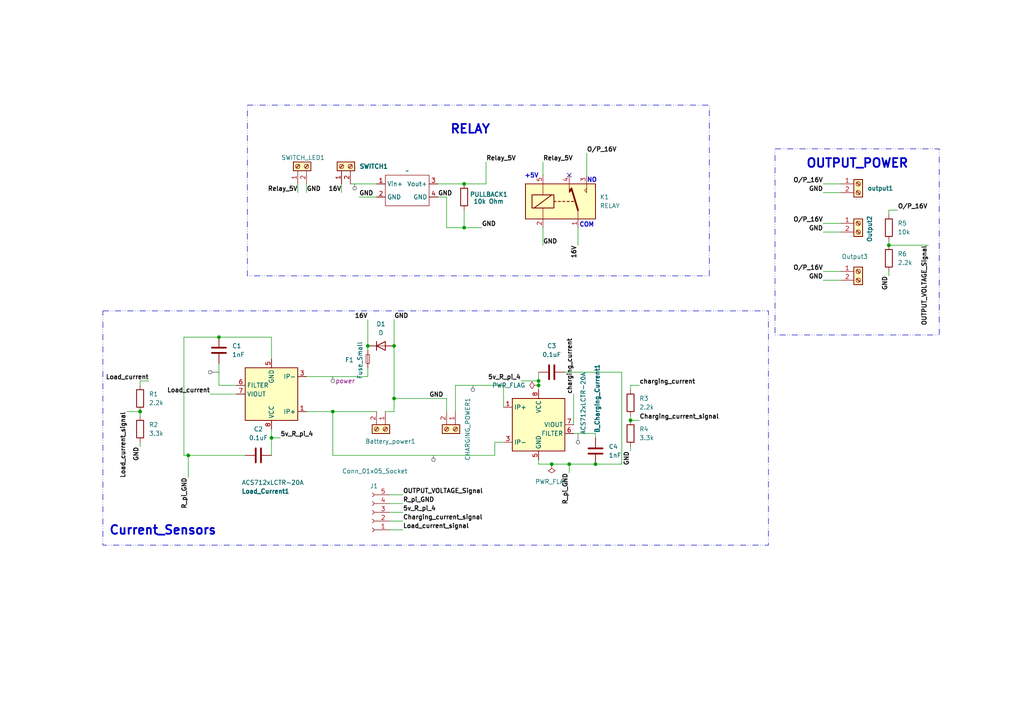
<source format=kicad_sch>
(kicad_sch (version 20231120) (generator "eeschema") (generator_version "8.0")
  (paper "A4")
  (title_block (date "2024-10-18"))
  (lib_symbols
    (symbol "Connector:Conn_01x05_Socket" (pin_names (offset 1.016) hide)
      (property "Reference" "J" (at 0 7.62 0))
      (property "Value" "Conn_01x05_Socket" (at 0 -7.62 0))
      (symbol "Conn_01x05_Socket_1_1"
        (arc (start 0 -4.572) (mid -0.5058 -5.08) (end 0 -5.588) (stroke (width 0.1524)))
        (arc (start 0 -2.032) (mid -0.5058 -2.54) (end 0 -3.048) (stroke (width 0.1524)))
        (polyline (pts (xy -1.27 -5.08) (xy -0.508 -5.08)) (stroke (width 0.1524)))
        (polyline (pts (xy -1.27 -2.54) (xy -0.508 -2.54)) (stroke (width 0.1524)))
        (polyline (pts (xy -1.27 0) (xy -0.508 0)) (stroke (width 0.1524)))
        (polyline (pts (xy -1.27 2.54) (xy -0.508 2.54)) (stroke (width 0.1524)))
        (polyline (pts (xy -1.27 5.08) (xy -0.508 5.08)) (stroke (width 0.1524)))
        (arc (start 0 0.508) (mid -0.5058 0) (end 0 -0.508) (stroke (width 0.1524)))
        (arc (start 0 3.048) (mid -0.5058 2.54) (end 0 2.032) (stroke (width 0.1524)))
        (arc (start 0 5.588) (mid -0.5058 5.08) (end 0 4.572) (stroke (width 0.1524)))
        (pin passive line (at -5.08 5.08 0) (length 3.81) (name "Pin_1") (number "1"))
        (pin passive line (at -5.08 2.54 0) (length 3.81) (name "Pin_2") (number "2"))
        (pin passive line (at -5.08 0 0) (length 3.81) (name "Pin_3") (number "3"))
        (pin passive line (at -5.08 -2.54 0) (length 3.81) (name "Pin_4") (number "4"))
        (pin passive line (at -5.08 -5.08 0) (length 3.81) (name "Pin_5") (number "5"))
      )
    )
    (symbol "Connector:Screw_Terminal_01x02" (pin_names (offset 1.016) hide)
      (property "Reference" "J" (at 0 2.54 0))
      (property "Value" "Screw_Terminal_01x02" (at 0 -5.08 0))
      (symbol "Screw_Terminal_01x02_1_1"
        (rectangle (start -1.27 1.27) (end 1.27 -3.81) (stroke (width 0.254)) (fill (type background)))
        (circle (center 0 -2.54) (radius 0.635) (stroke (width 0.1524)))
        (polyline (pts (xy -0.5334 -2.2098) (xy 0.3302 -3.048)) (stroke (width 0.1524)))
        (polyline (pts (xy -0.5334 0.3302) (xy 0.3302 -0.508)) (stroke (width 0.1524)))
        (polyline (pts (xy -0.3556 -2.032) (xy 0.508 -2.8702)) (stroke (width 0.1524)))
        (polyline (pts (xy -0.3556 0.508) (xy 0.508 -0.3302)) (stroke (width 0.1524)))
        (circle (center 0 0) (radius 0.635) (stroke (width 0.1524)))
        (pin passive line (at -5.08 0 0) (length 3.81) (name "Pin_1") (number "1"))
        (pin passive line (at -5.08 -2.54 0) (length 3.81) (name "Pin_2") (number "2"))
      )
    )
    (symbol "Device:C" (pin_numbers hide) (pin_names (offset 0.254))
      (property "Reference" "C" (at 0.635 2.54 0))
      (property "Value" "C" (at 0.635 -2.54 0))
      (symbol "C_0_1"
        (polyline (pts (xy -2.032 -0.762) (xy 2.032 -0.762)) (stroke (width 0.508)))
        (polyline (pts (xy -2.032 0.762) (xy 2.032 0.762)) (stroke (width 0.508)))
      )
      (symbol "C_1_1"
        (pin passive line (at 0 3.81 270) (length 2.794) (name "~") (number "1"))
        (pin passive line (at 0 -3.81 90) (length 2.794) (name "~") (number "2"))
      )
    )
    (symbol "Device:D" (pin_numbers hide) (pin_names (offset 1.016) hide)
      (property "Reference" "D" (at 0 2.54 0))
      (property "Value" "D" (at 0 -2.54 0))
      (symbol "D_0_1"
        (polyline (pts (xy -1.27 1.27) (xy -1.27 -1.27)) (stroke (width 0.254)))
        (polyline (pts (xy 1.27 0) (xy -1.27 0)))
        (polyline (pts (xy 1.27 1.27) (xy 1.27 -1.27) (xy -1.27 0) (xy 1.27 1.27)) (stroke (width 0.254)))
      )
      (symbol "D_1_1"
        (pin passive line (at -3.81 0 0) (length 2.54) (name "K") (number "1"))
        (pin passive line (at 3.81 0 180) (length 2.54) (name "A") (number "2"))
      )
    )
    (symbol "Device:Fuse_Small" (pin_numbers hide) (pin_names (offset 0.254) hide)
      (property "Reference" "F" (at 0 -1.524 0))
      (property "Value" "Fuse_Small" (at 0 1.524 0))
      (symbol "Fuse_Small_0_1"
        (rectangle (start -1.27 0.508) (end 1.27 -0.508))
        (polyline (pts (xy -1.27 0) (xy 1.27 0)))
      )
      (symbol "Fuse_Small_1_1"
        (pin passive line (at -2.54 0 0) (length 1.27) (name "~") (number "1"))
        (pin passive line (at 2.54 0 180) (length 1.27) (name "~") (number "2"))
      )
    )
    (symbol "Device:R" (pin_numbers hide) (pin_names (offset 0))
      (property "Reference" "R" (at 2.032 0 90))
      (property "Value" "R" (at 0 0 90))
      (symbol "R_0_1"
        (rectangle (start -1.016 -2.54) (end 1.016 2.54) (stroke (width 0.254)))
      )
      (symbol "R_1_1"
        (pin passive line (at 0 3.81 270) (length 1.27) (name "~") (number "1"))
        (pin passive line (at 0 -3.81 90) (length 1.27) (name "~") (number "2"))
      )
    )
    (symbol "LM2596:lm2596"
      (property "Reference" "U" (at 0 3.556 0))
      (symbol "lm2596_0_1"
        (rectangle (start 3.81 -3.81) (end 3.81 -3.81))
        (rectangle (start 3.81 2.54) (end 16.51 -6.35))
      )
      (symbol "lm2596_1_1"
        (pin input line (at 1.27 0 0) (length 2.54) (name "Vin+") (number "1"))
        (pin input line (at 1.27 -3.81 0) (length 2.54) (name "GND") (number "2"))
        (pin output line (at 19.05 0 180) (length 2.54) (name "Vout+") (number "3"))
        (pin output line (at 19.05 -3.81 180) (length 2.54) (name "GND") (number "4"))
      )
    )
    (symbol "Relay:SANYOU_SRD_Form_C"
      (property "Reference" "K" (at 11.43 3.81 0))
      (property "Value" "SANYOU_SRD_Form_C" (at 11.43 1.27 0))
      (symbol "SANYOU_SRD_Form_C_0_0"
        (polyline (pts (xy 7.62 5.08) (xy 7.62 2.54) (xy 6.985 3.175) (xy 7.62 3.81)))
      )
      (symbol "SANYOU_SRD_Form_C_0_1"
        (rectangle (start -10.16 5.08) (end 10.16 -5.08) (stroke (width 0.254)) (fill (type background)))
        (rectangle (start -8.255 1.905) (end -1.905 -1.905) (stroke (width 0.254)))
        (polyline (pts (xy -7.62 -1.905) (xy -2.54 1.905)) (stroke (width 0.254)))
        (polyline (pts (xy -5.08 -5.08) (xy -5.08 -1.905)))
        (polyline (pts (xy -5.08 5.08) (xy -5.08 1.905)))
        (polyline (pts (xy -1.905 0) (xy -1.27 0)) (stroke (width 0.254)))
        (polyline (pts (xy -0.635 0) (xy 0 0)) (stroke (width 0.254)))
        (polyline (pts (xy 0.635 0) (xy 1.27 0)) (stroke (width 0.254)))
        (polyline (pts (xy 1.905 0) (xy 2.54 0)) (stroke (width 0.254)))
        (polyline (pts (xy 3.175 0) (xy 3.81 0)) (stroke (width 0.254)))
        (polyline (pts (xy 5.08 -2.54) (xy 3.175 3.81)) (stroke (width 0.508)))
        (polyline (pts (xy 5.08 -2.54) (xy 5.08 -5.08)))
      )
      (symbol "SANYOU_SRD_Form_C_1_1"
        (polyline (pts (xy 2.54 3.81) (xy 3.175 3.175) (xy 2.54 2.54) (xy 2.54 5.08)) (fill (type outline)))
        (pin passive line (at 5.08 -7.62 90) (length 2.54) (name "~") (number "1"))
        (pin passive line (at -5.08 -7.62 90) (length 2.54) (name "~") (number "2"))
        (pin passive line (at 7.62 7.62 270) (length 2.54) (name "~") (number "3"))
        (pin passive line (at 2.54 7.62 270) (length 2.54) (name "~") (number "4"))
        (pin passive line (at -5.08 7.62 270) (length 2.54) (name "~") (number "5"))
      )
    )
    (symbol "Sensor_Current:ACS712xLCTR-20A"
      (property "Reference" "U" (at 2.54 11.43 0))
      (property "Value" "ACS712xLCTR-20A" (at 2.54 8.89 0))
      (symbol "ACS712xLCTR-20A_0_1"
        (rectangle (start -7.62 7.62) (end 7.62 -7.62) (stroke (width 0.254)) (fill (type background)))
      )
      (symbol "ACS712xLCTR-20A_1_1"
        (pin passive line (at -10.16 5.08 0) (length 2.54) (name "IP+") (number "1"))
        (pin passive line (at -10.16 5.08 0) (length 2.54) hide (name "IP+") (number "2"))
        (pin passive line (at -10.16 -5.08 0) (length 2.54) (name "IP-") (number "3"))
        (pin passive line (at -10.16 -5.08 0) (length 2.54) hide (name "IP-") (number "4"))
        (pin power_in line (at 0 -10.16 90) (length 2.54) (name "GND") (number "5"))
        (pin passive line (at 10.16 -2.54 180) (length 2.54) (name "FILTER") (number "6"))
        (pin output line (at 10.16 0 180) (length 2.54) (name "VIOUT") (number "7"))
        (pin power_in line (at 0 10.16 270) (length 2.54) (name "VCC") (number "8"))
      )
    )
    (symbol "power:PWR_FLAG" (power) (pin_numbers hide) (pin_names (offset 0) hide)
      (property "Value" "PWR_FLAG" (at 0 3.81 0))
      (symbol "PWR_FLAG_0_0"
        (pin power_out line (at 0 0 90) (length 0) (name "~") (number "1"))
      )
      (symbol "PWR_FLAG_0_1"
        (polyline (pts (xy 0 0) (xy 0 1.27) (xy -1.016 1.905) (xy 0 2.54) (xy 1.016 1.905) (xy 0 1.27)))
      )
    )
  )
  (junction (at 96.52 119.38))
  (junction (at 182.88 121.92))
  (junction (at 114.3 100.33))
  (junction (at 40.64 119.38))
  (junction (at 156.21 111.76))
  (junction (at 54.61 132.08))
  (junction (at 78.74 127))
  (junction (at 106.68 100.33))
  (junction (at 134.62 66.04))
  (junction (at 156.21 110.49))
  (junction (at 160.02 134.62))
  (junction (at 257.81 71.12))
  (junction (at 165.1 134.62))
  (junction (at 63.5 97.79))
  (junction (at 172.72 134.62))
  (junction (at 114.3 115.57))
  (junction (at 134.62 53.34))
  (no_connect (at 165.1 50.8))
  (wire (pts (xy 106.68 106.68) (xy 106.68 109.22)))
  (wire (pts (xy 180.34 134.62) (xy 172.72 134.62)))
  (wire (pts (xy 134.62 53.34) (xy 140.97 53.34)))
  (wire (pts (xy 96.52 132.08) (xy 96.52 119.38)))
  (wire (pts (xy 54.61 132.08) (xy 54.61 138.43)))
  (wire (pts (xy 132.08 111.76) (xy 132.08 119.38)))
  (wire (pts (xy 182.88 120.65) (xy 182.88 121.92)))
  (wire (pts (xy 71.12 132.08) (xy 54.61 132.08)))
  (wire (pts (xy 40.64 111.76) (xy 40.64 110.49)))
  (wire (pts (xy 140.97 53.34) (xy 140.97 46.99)))
  (wire (pts (xy 257.81 60.96) (xy 260.35 60.96)))
  (wire (pts (xy 99.06 53.34) (xy 99.06 55.88)))
  (wire (pts (xy 54.61 132.08) (xy 53.34 132.08)))
  (wire (pts (xy 101.6 53.34) (xy 109.22 53.34)))
  (wire (pts (xy 172.72 134.62) (xy 165.1 134.62)))
  (wire (pts (xy 172.72 127) (xy 172.72 125.73)))
  (wire (pts (xy 129.54 57.15) (xy 127 57.15)))
  (wire (pts (xy 163.83 107.95) (xy 180.34 107.95)))
  (wire (pts (xy 129.54 119.38) (xy 129.54 115.57)))
  (wire (pts (xy 172.72 125.73) (xy 166.37 125.73)))
  (wire (pts (xy 88.9 119.38) (xy 96.52 119.38)))
  (wire (pts (xy 257.81 78.74) (xy 257.81 80.01)))
  (wire (pts (xy 167.64 66.04) (xy 167.64 71.12)))
  (wire (pts (xy 78.74 127) (xy 78.74 132.08)))
  (wire (pts (xy 113.03 153.67) (xy 116.84 153.67)))
  (wire (pts (xy 78.74 127) (xy 81.28 127)))
  (wire (pts (xy 68.58 111.76) (xy 63.5 111.76)))
  (wire (pts (xy 96.52 119.38) (xy 109.22 119.38)))
  (wire (pts (xy 156.21 110.49) (xy 156.21 111.76)))
  (wire (pts (xy 160.02 134.62) (xy 156.21 134.62)))
  (wire (pts (xy 60.96 114.3) (xy 68.58 114.3)))
  (wire (pts (xy 78.74 97.79) (xy 63.5 97.79)))
  (wire (pts (xy 243.84 67.31) (xy 238.76 67.31)))
  (wire (pts (xy 53.34 132.08) (xy 53.34 97.79)))
  (wire (pts (xy 156.21 107.95) (xy 156.21 110.49)))
  (wire (pts (xy 113.03 146.05) (xy 116.84 146.05)))
  (wire (pts (xy 257.81 71.12) (xy 269.24 71.12)))
  (wire (pts (xy 129.54 57.15) (xy 129.54 66.04)))
  (wire (pts (xy 111.76 119.38) (xy 114.3 119.38)))
  (wire (pts (xy 114.3 100.33) (xy 114.3 115.57)))
  (wire (pts (xy 166.37 114.3) (xy 166.37 123.19)))
  (wire (pts (xy 143.51 128.27) (xy 143.51 132.08)))
  (wire (pts (xy 243.84 64.77) (xy 238.76 64.77)))
  (wire (pts (xy 106.68 92.71) (xy 106.68 100.33)))
  (wire (pts (xy 53.34 97.79) (xy 63.5 97.79)))
  (wire (pts (xy 132.08 111.76) (xy 146.05 111.76)))
  (wire (pts (xy 257.81 69.85) (xy 257.81 71.12)))
  (wire (pts (xy 40.64 119.38) (xy 40.64 120.65)))
  (wire (pts (xy 127 53.34) (xy 134.62 53.34)))
  (wire (pts (xy 88.9 53.34) (xy 88.9 55.88)))
  (wire (pts (xy 40.64 128.27) (xy 40.64 129.54)))
  (wire (pts (xy 243.84 78.74) (xy 238.76 78.74)))
  (wire (pts (xy 113.03 143.51) (xy 116.84 143.51)))
  (wire (pts (xy 157.48 66.04) (xy 157.48 71.12)))
  (wire (pts (xy 182.88 129.54) (xy 182.88 130.81)))
  (wire (pts (xy 129.54 66.04) (xy 134.62 66.04)))
  (wire (pts (xy 170.18 44.45) (xy 170.18 50.8)))
  (wire (pts (xy 104.14 57.15) (xy 109.22 57.15)))
  (wire (pts (xy 134.62 60.96) (xy 134.62 66.04)))
  (wire (pts (xy 88.9 109.22) (xy 106.68 109.22)))
  (wire (pts (xy 156.21 134.62) (xy 156.21 133.35)))
  (wire (pts (xy 182.88 113.03) (xy 182.88 111.76)))
  (wire (pts (xy 78.74 97.79) (xy 78.74 104.14)))
  (wire (pts (xy 143.51 132.08) (xy 96.52 132.08)))
  (wire (pts (xy 243.84 81.28) (xy 238.76 81.28)))
  (wire (pts (xy 243.84 53.34) (xy 238.76 53.34)))
  (wire (pts (xy 182.88 121.92) (xy 185.42 121.92)))
  (wire (pts (xy 113.03 151.13) (xy 116.84 151.13)))
  (wire (pts (xy 86.36 53.34) (xy 86.36 55.88)))
  (wire (pts (xy 36.83 119.38) (xy 40.64 119.38)))
  (wire (pts (xy 165.1 134.62) (xy 165.1 137.16)))
  (wire (pts (xy 182.88 111.76) (xy 185.42 111.76)))
  (wire (pts (xy 40.64 110.49) (xy 43.18 110.49)))
  (wire (pts (xy 63.5 105.41) (xy 63.5 111.76)))
  (wire (pts (xy 157.48 46.99) (xy 157.48 50.8)))
  (wire (pts (xy 114.3 115.57) (xy 114.3 119.38)))
  (wire (pts (xy 113.03 148.59) (xy 116.84 148.59)))
  (wire (pts (xy 134.62 66.04) (xy 139.7 66.04)))
  (wire (pts (xy 129.54 115.57) (xy 114.3 115.57)))
  (wire (pts (xy 78.74 124.46) (xy 78.74 127)))
  (wire (pts (xy 165.1 134.62) (xy 160.02 134.62)))
  (wire (pts (xy 114.3 92.71) (xy 114.3 100.33)))
  (wire (pts (xy 151.13 110.49) (xy 156.21 110.49)))
  (wire (pts (xy 156.21 111.76) (xy 156.21 113.03)))
  (wire (pts (xy 146.05 128.27) (xy 143.51 128.27)))
  (wire (pts (xy 146.05 111.76) (xy 146.05 118.11)))
  (wire (pts (xy 243.84 55.88) (xy 238.76 55.88)))
  (wire (pts (xy 180.34 107.95) (xy 180.34 134.62)))
  (wire (pts (xy 257.81 62.23) (xy 257.81 60.96)))
  (wire (pts (xy 106.68 101.6) (xy 106.68 100.33)))
  (rectangle (start 71.755 30.48) (end 205.74 80.01) (stroke (width 0) (type dash_dot_dot)))
  (rectangle (start 29.845 90.17) (end 222.885 158.115) (stroke (width 0) (type dash_dot_dot)))
  (rectangle (start 224.79 43.18) (end 272.415 97.155) (stroke (width 0) (type dash_dot_dot)))
  (text "OUTPUT_POWER" (at 248.666 47.498 0) (effects (font (size 2.54 2.54) (bold yes))))
  (text "RELAY" (at 136.398 37.592 0) (effects (font (size 2.54 2.54) (bold yes))))
  (text "Current_Sensors" (at 47.244 153.924 0) (effects (font (size 2.54 2.54) (bold yes))))
  (text "NO" (at 171.704 52.324 0) (effects (font (size 1.27 1.27) (thickness 0.254) (bold yes))))
  (text "+5V\n" (at 154.178 51.054 0) (effects (font (size 1.27 1.27) (bold yes))))
  (text "COM\n" (at 170.18 65.278 0) (effects (font (size 1.27 1.27) (bold yes))))
  (label "GND" (at 238.76 55.88 180) (effects (font (bold yes))))
  (label "5v_R_pi_4" (at 116.84 148.59 0) (effects (font (bold yes))))
  (label "GND" (at 238.76 81.28 180) (effects (font (bold yes))))
  (label "16V" (at 99.06 55.88 180) (effects (font (thickness 0.254) (bold yes))))
  (label "Charging_current_signal" (at 116.84 151.13 0) (effects (font (bold yes))))
  (label "O{slash}P_16V" (at 260.35 60.96 0) (effects (font (bold yes))))
  (label "GND" (at 40.64 129.54 270) (effects (font (bold yes))))
  (label "O{slash}P_16V" (at 238.76 78.74 180) (effects (font (bold yes))))
  (label "charging_current" (at 166.37 114.3 90) (effects (font (bold yes))))
  (label "16V" (at 106.68 92.71 180) (effects (font (thickness 0.254) (bold yes))))
  (label "Load_current" (at 43.18 110.49 180) (effects (font (bold yes))))
  (label "GND" (at 88.9 55.88 0) (effects (font (bold yes))))
  (label "Charging_current_signal" (at 185.42 121.92 0) (effects (font (bold yes))))
  (label "5v_R_pi_4" (at 81.28 127 0) (effects (font (bold yes))))
  (label "GND" (at 127 57.15 0) (effects (font (bold yes))))
  (label "Load_current_signal" (at 36.83 119.38 270) (effects (font (bold yes))))
  (label "Relay_5V" (at 157.48 46.99 0) (effects (font (bold yes))))
  (label "OUTPUT_VOLTAGE_Signal" (at 116.84 143.51 0) (effects (font (bold yes))))
  (label "16V" (at 167.64 71.12 270) (effects (font (thickness 0.254) (bold yes))))
  (label "GND" (at 257.81 80.01 270) (effects (font (bold yes))))
  (label "GND" (at 124.46 115.57 0) (effects (font (bold yes))))
  (label "GND" (at 157.48 71.12 0) (effects (font (bold yes))))
  (label "OUTPUT_VOLTAGE_Signal" (at 269.24 71.12 270) (effects (font (bold yes))))
  (label "5v_R_pi_4" (at 151.13 110.49 180) (effects (font (bold yes))))
  (label "O{slash}P_16V" (at 170.18 44.45 0) (effects (font (bold yes))))
  (label "Relay_5V" (at 140.97 46.99 0) (effects (font (bold yes))))
  (label "Load_current_signal" (at 116.84 153.67 0) (effects (font (bold yes))))
  (label "GND" (at 238.76 67.31 180) (effects (font (bold yes))))
  (label "R_pi_GND" (at 165.1 137.16 270) (effects (font (bold yes))))
  (label "Load_current" (at 60.96 114.3 180) (effects (font (bold yes))))
  (label "R_pi_GND" (at 54.61 138.43 270) (effects (font (bold yes))))
  (label "charging_current" (at 185.42 111.76 0) (effects (font (bold yes))))
  (label "O{slash}P_16V" (at 238.76 53.34 180) (effects (font (bold yes))))
  (label "Relay_5V" (at 86.36 55.88 180) (effects (font (bold yes))))
  (label "GND" (at 114.3 92.71 0) (effects (font (bold yes))))
  (label "GND" (at 139.7 66.04 0) (effects (font (bold yes))))
  (label "GND" (at 104.14 57.15 0) (effects (font (bold yes))))
  (label "O{slash}P_16V" (at 238.76 64.77 180) (effects (font (bold yes))))
  (label "GND" (at 182.88 130.81 270) (effects (font (bold yes))))
  (label "R_pi_GND" (at 116.84 146.05 0) (effects (font (bold yes))))
  (netclass_flag "" (length 1.27) (shape round) (at 137.16 111.76 180) (property "Netclass" "power" (effects (hide yes))))
  (netclass_flag "" (length 1.27) (shape round) (at 96.52 109.22 180) (property "Netclass" "power" (at 97.2185 110.49 0) (effects (font (italic yes)) (justify left))))
  (netclass_flag "" (length 1.27) (shape round) (at 102.87 53.34 180) (property "Netclass" "power" (effects (hide yes))))
  (netclass_flag "" (length 1.27) (shape round) (at 125.73 132.08 180) (property "Netclass" "power" (effects (hide yes))))
  (netclass_flag "" (length 2.54) (shape round) (at 63.5 107.95 90) (property "Netclass" "signal" (effects (hide yes))))
  (netclass_flag "" (length 2.54) (shape round) (at 167.64 125.73 180) (property "Netclass" "signal" (effects (hide yes))))
  (symbol (lib_id "Device:R") (at 257.81 74.93 0) (unit 1)
    (property "Reference" "R6" (at 260.35 73.6599 0) (effects (justify left)))
    (property "Value" "2.2k" (at 260.35 76.1999 0) (effects (justify left)))
    (property "Footprint" "Resistor_SMD:R_1206_3216Metric" (effects (hide yes)))
    (property "Description" "Resistor" (effects (hide yes)))
  )
  (symbol (lib_id "Relay:SANYOU_SRD_Form_C") (at 162.56 58.42 0) (unit 1)
    (property "Reference" "K1" (at 173.99 57.1499 0) (effects (justify left)))
    (property "Value" "RELAY" (at 173.99 59.6899 0) (effects (justify left)))
    (property "Footprint" "Relay_THT:Relay_SPDT_SANYOU_SRD_Series_Form_C" (effects (hide yes)))
    (property "Datasheet" "http://www.sanyourelay.ca/public/products/pdf/SRD.pdf" (effects (hide yes)))
    (property "Description" "Sanyo SRD relay, Single Pole Miniature Power Relay," (effects (hide yes)))
  )
  (symbol (lib_id "Device:R") (at 182.88 125.73 0) (unit 1)
    (property "Reference" "R4" (at 185.42 124.4599 0) (effects (justify left)))
    (property "Value" "3.3k" (at 185.42 126.9999 0) (effects (justify left)))
    (property "Footprint" "Resistor_SMD:R_1206_3216Metric" (effects (hide yes)))
    (property "Description" "Resistor" (effects (hide yes)))
  )
  (symbol (lib_id "LM2596:lm2596") (at 107.95 53.34 0) (unit 1)
    (property "Reference" "U1" (effects (hide yes)))
    (property "Value" "~" (at 118.11 49.53 0))
    (property "Footprint" "MY_Custom_library:Lm2596" (effects (hide yes)))
  )
  (symbol (lib_id "Connector:Conn_01x05_Socket") (at 107.95 148.59 180) (unit 1)
    (property "Reference" "J1" (at 108.458 140.97 0))
    (property "Value" "Conn_01x05_Socket" (at 108.712 136.652 0))
    (property "Footprint" "Connector_JST:JST_XH_B5B-XH-AM_1x05_P2.50mm_Vertical" (effects (hide yes)))
    (property "Description" "Generic connector, single row, 01x05, script generated" (effects (hide yes)))
  )
  (symbol (lib_id "Device:C") (at 63.5 101.6 0) (unit 1)
    (property "Reference" "C1" (at 67.31 100.3299 0) (effects (justify left)))
    (property "Value" "1nF" (at 67.31 102.8699 0) (effects (justify left)))
    (property "Footprint" "Capacitor_SMD:C_1206_3216Metric" (effects (hide yes)))
    (property "Description" "Unpolarized capacitor" (effects (hide yes)))
  )
  (symbol (lib_id "Sensor_Current:ACS712xLCTR-20A") (at 78.74 114.3 180) (unit 1)
    (property "Reference" "Load_Current1" (at 84.074 142.494 0) (effects (font (bold yes)) (justify left)))
    (property "Value" "ACS712xLCTR-20A" (at 88.138 139.954 0) (effects (justify left)))
    (property "Footprint" "Package_SO:SOIC-8_3.9x4.9mm_P1.27mm" (effects (hide yes)))
    (property "Datasheet" "http://www.allegromicro.com/~/media/Files/Datasheets/ACS712-Datasheet.ashx?la=en" (effects (hide yes)))
    (property "Description" "±20A Bidirectional Hall-Effect Current Sensor, +5.0V supply, 100mV/A, SOIC-8" (effects (hide yes)))
  )
  (symbol (lib_id "Device:R") (at 257.81 66.04 0) (unit 1)
    (property "Reference" "R5" (at 260.35 64.7699 0) (effects (justify left)))
    (property "Value" "10k" (at 260.35 67.3099 0) (effects (justify left)))
    (property "Footprint" "Resistor_SMD:R_1206_3216Metric_Pad1.30x1.75mm_HandSolder" (effects (hide yes)))
    (property "Description" "Resistor" (effects (hide yes)))
  )
  (symbol (lib_id "Connector:Screw_Terminal_01x02") (at 248.92 53.34 0) (unit 1)
    (property "Reference" "output1" (at 251.46 54.61 0) (effects (font (bold yes)) (justify left)))
    (property "Value" "Screw_Terminal_01x02" (effects (hide yes)))
    (property "Footprint" "TerminalBlock:TerminalBlock_bornier-2_P5.08mm" (effects (hide yes)))
    (property "Description" "Generic screw terminal, single row, 01x02, script generated (kicad-library-utils/schlib/autogen/connector/)" (effects (hide yes)))
  )
  (symbol (lib_id "Device:R") (at 40.64 115.57 0) (unit 1)
    (property "Reference" "R1" (at 43.18 114.2999 0) (effects (justify left)))
    (property "Value" "2.2k" (at 43.18 116.8399 0) (effects (justify left)))
    (property "Footprint" "Resistor_SMD:R_1206_3216Metric" (effects (hide yes)))
    (property "Description" "Resistor" (effects (hide yes)))
  )
  (symbol (lib_id "Connector:Screw_Terminal_01x02") (at 248.92 64.77 0) (unit 1)
    (property "Reference" "Output2" (at 252.222 70.358 90) (effects (font (bold yes)) (justify left)))
    (property "Value" "Screw_Terminal_01x02" (effects (hide yes)))
    (property "Footprint" "TerminalBlock:TerminalBlock_bornier-2_P5.08mm" (effects (hide yes)))
    (property "Description" "Generic screw terminal, single row, 01x02, script generated (kicad-library-utils/schlib/autogen/connector/)" (effects (hide yes)))
  )
  (symbol (lib_id "Device:C") (at 74.93 132.08 90) (unit 1)
    (property "Reference" "C2" (at 74.93 124.46 90))
    (property "Value" "0.1uF" (at 74.93 127 90))
    (property "Footprint" "Capacitor_SMD:C_1206_3216Metric" (effects (hide yes)))
    (property "Description" "Unpolarized capacitor" (effects (hide yes)))
  )
  (symbol (lib_id "Connector:Screw_Terminal_01x02") (at 86.36 48.26 90) (unit 1)
    (property "Reference" "SWITCH_LED1" (at 87.884 45.72 90))
    (property "Value" "Screw_Terminal_01x02" (effects (hide yes)))
    (property "Footprint" "TerminalBlock:TerminalBlock_bornier-2_P5.08mm" (effects (hide yes)))
    (property "Description" "Generic screw terminal, single row, 01x02, script generated (kicad-library-utils/schlib/autogen/connector/)" (effects (hide yes)))
  )
  (symbol (lib_id "Connector:Screw_Terminal_01x02") (at 132.08 124.46 270) (unit 1)
    (property "Reference" "CHARGING_POWER1" (at 135.636 115.316 0) (effects (justify left)))
    (property "Value" "Screw_Terminal_01x02" (effects (hide yes)))
    (property "Footprint" "TerminalBlock:TerminalBlock_bornier-2_P5.08mm" (effects (hide yes)))
    (property "Description" "Generic screw terminal, single row, 01x02, script generated (kicad-library-utils/schlib/autogen/connector/)" (effects (hide yes)))
  )
  (symbol (lib_id "Connector:Screw_Terminal_01x02") (at 99.06 48.26 90) (unit 1)
    (property "Reference" "SWITCH1" (at 104.14 48.26 90) (effects (font (bold yes)) (justify right)))
    (property "Value" "Screw_Terminal_01x02" (effects (hide yes)))
    (property "Footprint" "TerminalBlock:TerminalBlock_bornier-2_P5.08mm" (effects (hide yes)))
    (property "Description" "Generic screw terminal, single row, 01x02, script generated (kicad-library-utils/schlib/autogen/connector/)" (effects (hide yes)))
  )
  (symbol (lib_id "power:PWR_FLAG") (at 160.02 134.62 180) (unit 1)
    (property "Reference" "#FLG02" (effects (hide yes)))
    (property "Value" "PWR_FLAG" (at 160.02 139.7 0))
    (property "Description" "Special symbol for telling ERC where power comes from" (effects (hide yes)))
  )
  (symbol (lib_id "Device:R") (at 134.62 57.15 0) (unit 1)
    (property "Reference" "PULLBACK1" (at 136.144 56.388 0) (effects (font (bold yes)) (justify left)))
    (property "Value" "10k Ohm" (at 137.16 58.4199 0) (effects (font (bold yes)) (justify left)))
    (property "Footprint" "Resistor_SMD:R_1206_3216Metric_Pad1.30x1.75mm_HandSolder" (effects (hide yes)))
    (property "Description" "Resistor" (effects (hide yes)))
  )
  (symbol (lib_id "Device:Fuse_Small") (at 106.68 104.14 90) (unit 1)
    (property "Reference" "F1" (at 100.076 104.394 90) (effects (justify right)))
    (property "Value" "Fuse_Small" (at 104.394 99.06 0) (effects (justify right)))
    (property "Footprint" "Fuse:Fuseholder_Cylinder-5x20mm_Schurter_0031_8201_Horizontal_Open" (effects (hide yes)))
    (property "Description" "Fuse, small symbol" (effects (hide yes)))
  )
  (symbol (lib_id "Device:D") (at 110.49 100.33 0) (unit 1)
    (property "Reference" "D1" (at 110.49 93.98 0))
    (property "Value" "D" (at 110.49 96.52 0))
    (property "Footprint" "Diode_THT:D_DO-27_P15.24mm_Horizontal" (effects (hide yes)))
    (property "Description" "Diode" (effects (hide yes)))
    (property "Sim.Device" "D" (effects (hide yes)))
    (property "Sim.Pins" "1=K 2=A" (effects (hide yes)))
  )
  (symbol (lib_id "Device:C") (at 160.02 107.95 90) (unit 1)
    (property "Reference" "C3" (at 160.02 100.33 90))
    (property "Value" "0.1uF" (at 160.02 102.87 90))
    (property "Footprint" "Capacitor_SMD:C_1206_3216Metric" (effects (hide yes)))
    (property "Description" "Unpolarized capacitor" (effects (hide yes)))
  )
  (symbol (lib_id "Device:C") (at 172.72 130.81 0) (unit 1)
    (property "Reference" "C4" (at 176.53 129.5399 0) (effects (justify left)))
    (property "Value" "1nF" (at 176.53 132.0799 0) (effects (justify left)))
    (property "Footprint" "Capacitor_SMD:C_1206_3216Metric" (effects (hide yes)))
    (property "Description" "Unpolarized capacitor" (effects (hide yes)))
  )
  (symbol (lib_id "Connector:Screw_Terminal_01x02") (at 111.76 124.46 270) (unit 1)
    (property "Reference" "Battery_power1" (at 105.918 128.016 90) (effects (justify left)))
    (property "Value" "Screw_Terminal_01x02" (effects (hide yes)))
    (property "Footprint" "TerminalBlock:TerminalBlock_bornier-2_P5.08mm" (effects (hide yes)))
    (property "Description" "Generic screw terminal, single row, 01x02, script generated (kicad-library-utils/schlib/autogen/connector/)" (effects (hide yes)))
  )
  (symbol (lib_id "power:PWR_FLAG") (at 156.21 111.76 90) (unit 1)
    (property "Reference" "#FLG01" (effects (hide yes)))
    (property "Value" "PWR_FLAG" (at 152.4 111.7599 90) (effects (justify left)))
    (property "Description" "Special symbol for telling ERC where power comes from" (effects (hide yes)))
  )
  (symbol (lib_id "Sensor_Current:ACS712xLCTR-20A") (at 156.21 123.19 0) (unit 1)
    (property "Reference" "B_Charging_Current1" (at 173.228 125.73 90) (effects (font (bold yes)) (justify left)))
    (property "Value" "ACS712xLCTR-20A" (at 169.164 125.984 90) (effects (justify left)))
    (property "Footprint" "Package_SO:SOIC-8_3.9x4.9mm_P1.27mm" (effects (hide yes)))
    (property "Datasheet" "http://www.allegromicro.com/~/media/Files/Datasheets/ACS712-Datasheet.ashx?la=en" (effects (hide yes)))
    (property "Description" "±20A Bidirectional Hall-Effect Current Sensor, +5.0V supply, 100mV/A, SOIC-8" (effects (hide yes)))
  )
  (symbol (lib_id "Device:R") (at 40.64 124.46 0) (unit 1)
    (property "Reference" "R2" (at 43.18 123.1899 0) (effects (justify left)))
    (property "Value" "3.3k" (at 43.18 125.7299 0) (effects (justify left)))
    (property "Footprint" "Resistor_SMD:R_1206_3216Metric" (effects (hide yes)))
    (property "Description" "Resistor" (effects (hide yes)))
  )
  (symbol (lib_id "Device:R") (at 182.88 116.84 0) (unit 1)
    (property "Reference" "R3" (at 185.42 115.5699 0) (effects (justify left)))
    (property "Value" "2.2k" (at 185.42 118.1099 0) (effects (justify left)))
    (property "Footprint" "Resistor_SMD:R_1206_3216Metric" (effects (hide yes)))
    (property "Description" "Resistor" (effects (hide yes)))
  )
  (symbol (lib_id "Connector:Screw_Terminal_01x02") (at 248.92 78.74 0) (unit 1)
    (property "Reference" "Output3" (at 244.094 74.422 0) (effects (justify left)))
    (property "Value" "Screw_Terminal_01x02" (effects (hide yes)))
    (property "Footprint" "TerminalBlock:TerminalBlock_bornier-2_P5.08mm" (effects (hide yes)))
    (property "Description" "Generic screw terminal, single row, 01x02, script generated (kicad-library-utils/schlib/autogen/connector/)" (effects (hide yes)))
  )
)
</source>
